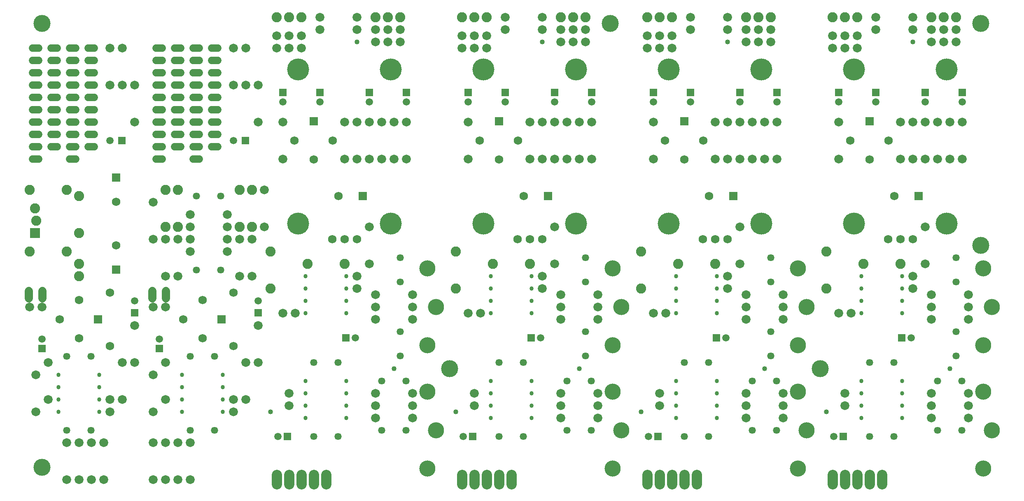
<source format=gts>
G75*
%MOIN*%
%OFA0B0*%
%FSLAX25Y25*%
%IPPOS*%
%LPD*%
%AMOC8*
5,1,8,0,0,1.08239X$1,22.5*
%
%ADD10C,0.07200*%
%ADD11C,0.13068*%
%ADD12C,0.04000*%
%ADD13C,0.05753*%
%ADD14C,0.03400*%
%ADD15C,0.08200*%
%ADD16R,0.05950X0.05950*%
%ADD17C,0.05950*%
%ADD18C,0.06800*%
%ADD19C,0.17800*%
%ADD20R,0.06800X0.06800*%
%ADD21C,0.06800*%
%ADD22C,0.06000*%
%ADD23C,0.13800*%
%ADD24C,0.08200*%
%ADD25R,0.08200X0.08200*%
D10*
X0117595Y0295000D03*
X0127595Y0295000D03*
X0137595Y0295000D03*
X0147595Y0295000D03*
X0147595Y0325000D03*
X0137595Y0325000D03*
X0127595Y0325000D03*
X0117595Y0325000D03*
X0092595Y0350000D03*
X0102595Y0360000D03*
X0092595Y0380000D03*
X0102595Y0390000D03*
X0152595Y0360000D03*
X0152595Y0350000D03*
X0162595Y0360000D03*
X0187595Y0350000D03*
X0197595Y0360000D03*
X0187595Y0380000D03*
X0197595Y0390000D03*
X0172595Y0390000D03*
X0162595Y0390000D03*
X0172595Y0420000D03*
X0187595Y0435000D03*
X0197595Y0435000D03*
X0197595Y0460000D03*
X0207595Y0460000D03*
X0217595Y0480000D03*
X0217595Y0490000D03*
X0207595Y0490000D03*
X0197595Y0490000D03*
X0187595Y0490000D03*
X0187595Y0520000D03*
X0217595Y0510000D03*
X0217595Y0500000D03*
X0247595Y0500000D03*
X0247595Y0490000D03*
X0247595Y0480000D03*
X0257595Y0490000D03*
X0267595Y0490000D03*
X0277595Y0500000D03*
X0247595Y0510000D03*
X0277595Y0530000D03*
X0292595Y0555000D03*
X0292595Y0585000D03*
X0272595Y0585000D03*
X0272595Y0615000D03*
X0262595Y0615000D03*
X0252595Y0615000D03*
X0252595Y0645000D03*
X0262595Y0645000D03*
X0287595Y0645000D03*
X0287595Y0655000D03*
X0297595Y0655000D03*
X0297595Y0645000D03*
X0307595Y0645000D03*
X0307595Y0655000D03*
X0322595Y0660000D03*
X0322595Y0670000D03*
X0352595Y0670000D03*
X0352595Y0660000D03*
X0367595Y0660000D03*
X0377595Y0660000D03*
X0387595Y0660000D03*
X0387595Y0650000D03*
X0377595Y0650000D03*
X0367595Y0650000D03*
X0437595Y0645000D03*
X0437595Y0655000D03*
X0447595Y0655000D03*
X0447595Y0645000D03*
X0457595Y0645000D03*
X0457595Y0655000D03*
X0472595Y0660000D03*
X0472595Y0670000D03*
X0502595Y0670000D03*
X0502595Y0660000D03*
X0517595Y0660000D03*
X0527595Y0660000D03*
X0537595Y0660000D03*
X0537595Y0650000D03*
X0527595Y0650000D03*
X0517595Y0650000D03*
X0587595Y0645000D03*
X0587595Y0655000D03*
X0597595Y0655000D03*
X0597595Y0645000D03*
X0607595Y0645000D03*
X0607595Y0655000D03*
X0622595Y0660000D03*
X0622595Y0670000D03*
X0652595Y0670000D03*
X0652595Y0660000D03*
X0667595Y0660000D03*
X0677595Y0660000D03*
X0687595Y0660000D03*
X0687595Y0650000D03*
X0677595Y0650000D03*
X0667595Y0650000D03*
X0737595Y0645000D03*
X0737595Y0655000D03*
X0747595Y0655000D03*
X0747595Y0645000D03*
X0757595Y0645000D03*
X0757595Y0655000D03*
X0772595Y0660000D03*
X0772595Y0670000D03*
X0802595Y0670000D03*
X0802595Y0660000D03*
X0817595Y0660000D03*
X0827595Y0660000D03*
X0837595Y0660000D03*
X0837595Y0650000D03*
X0827595Y0650000D03*
X0817595Y0650000D03*
X0812595Y0585000D03*
X0802595Y0585000D03*
X0792595Y0585000D03*
X0792595Y0555000D03*
X0802595Y0555000D03*
X0812595Y0555000D03*
X0822595Y0555000D03*
X0832595Y0555000D03*
X0842595Y0555000D03*
X0842595Y0585000D03*
X0832595Y0585000D03*
X0822595Y0585000D03*
X0742595Y0585000D03*
X0742595Y0555000D03*
X0692595Y0555000D03*
X0682595Y0555000D03*
X0672595Y0555000D03*
X0662595Y0555000D03*
X0652595Y0555000D03*
X0642595Y0555000D03*
X0642595Y0585000D03*
X0652595Y0585000D03*
X0662595Y0585000D03*
X0672595Y0585000D03*
X0682595Y0585000D03*
X0692595Y0585000D03*
X0592595Y0585000D03*
X0592595Y0555000D03*
X0542595Y0555000D03*
X0532595Y0555000D03*
X0522595Y0555000D03*
X0512595Y0555000D03*
X0502595Y0555000D03*
X0492595Y0555000D03*
X0492595Y0585000D03*
X0502595Y0585000D03*
X0512595Y0585000D03*
X0522595Y0585000D03*
X0532595Y0585000D03*
X0542595Y0585000D03*
X0442595Y0585000D03*
X0442595Y0555000D03*
X0392595Y0555000D03*
X0382595Y0555000D03*
X0372595Y0555000D03*
X0362595Y0555000D03*
X0352595Y0555000D03*
X0342595Y0555000D03*
X0342595Y0585000D03*
X0352595Y0585000D03*
X0362595Y0585000D03*
X0372595Y0585000D03*
X0382595Y0585000D03*
X0392595Y0585000D03*
X0362595Y0500000D03*
X0362595Y0470000D03*
X0352595Y0460000D03*
X0352595Y0450000D03*
X0367595Y0445000D03*
X0367595Y0435000D03*
X0367595Y0425000D03*
X0397595Y0425000D03*
X0397595Y0435000D03*
X0397595Y0445000D03*
X0442595Y0430000D03*
X0452595Y0430000D03*
X0502595Y0450000D03*
X0502595Y0460000D03*
X0512595Y0470000D03*
X0517595Y0445000D03*
X0517595Y0435000D03*
X0517595Y0425000D03*
X0547595Y0425000D03*
X0547595Y0435000D03*
X0547595Y0445000D03*
X0592595Y0430000D03*
X0602595Y0430000D03*
X0652595Y0450000D03*
X0652595Y0460000D03*
X0662595Y0470000D03*
X0667595Y0445000D03*
X0667595Y0435000D03*
X0667595Y0425000D03*
X0697595Y0425000D03*
X0697595Y0435000D03*
X0697595Y0445000D03*
X0742595Y0430000D03*
X0752595Y0430000D03*
X0802595Y0450000D03*
X0802595Y0460000D03*
X0812595Y0470000D03*
X0817595Y0445000D03*
X0817595Y0435000D03*
X0817595Y0425000D03*
X0847595Y0425000D03*
X0847595Y0435000D03*
X0847595Y0445000D03*
X0812595Y0500000D03*
X0662595Y0500000D03*
X0512595Y0500000D03*
X0517595Y0365000D03*
X0517595Y0355000D03*
X0517595Y0345000D03*
X0547595Y0345000D03*
X0547595Y0355000D03*
X0547595Y0365000D03*
X0597595Y0365000D03*
X0597595Y0355000D03*
X0667595Y0355000D03*
X0667595Y0345000D03*
X0667595Y0365000D03*
X0697595Y0365000D03*
X0697595Y0355000D03*
X0697595Y0345000D03*
X0747595Y0355000D03*
X0747595Y0365000D03*
X0817595Y0365000D03*
X0817595Y0355000D03*
X0817595Y0345000D03*
X0847595Y0345000D03*
X0847595Y0355000D03*
X0847595Y0365000D03*
X0447595Y0365000D03*
X0447595Y0355000D03*
X0397595Y0355000D03*
X0397595Y0345000D03*
X0397595Y0365000D03*
X0367595Y0365000D03*
X0367595Y0355000D03*
X0367595Y0345000D03*
X0297595Y0355000D03*
X0297595Y0365000D03*
X0262595Y0360000D03*
X0252595Y0360000D03*
X0252595Y0350000D03*
X0262595Y0390000D03*
X0272595Y0390000D03*
X0272595Y0420000D03*
X0292595Y0430000D03*
X0302595Y0430000D03*
X0267595Y0460000D03*
X0257595Y0460000D03*
X0097595Y0435000D03*
X0087595Y0435000D03*
X0187595Y0325000D03*
X0197595Y0325000D03*
X0207595Y0325000D03*
X0217595Y0325000D03*
X0217595Y0295000D03*
X0207595Y0295000D03*
X0197595Y0295000D03*
X0187595Y0295000D03*
X0172595Y0585000D03*
X0172595Y0615000D03*
X0162595Y0615000D03*
X0152595Y0615000D03*
X0152595Y0645000D03*
X0162595Y0645000D03*
D11*
X0409676Y0466280D03*
X0416611Y0435000D03*
X0409676Y0403720D03*
X0409676Y0366280D03*
X0416611Y0335000D03*
X0409676Y0303720D03*
X0559676Y0303720D03*
X0566611Y0335000D03*
X0559676Y0366280D03*
X0559676Y0403720D03*
X0566611Y0435000D03*
X0559676Y0466280D03*
X0709676Y0466280D03*
X0716611Y0435000D03*
X0709676Y0403720D03*
X0709676Y0366280D03*
X0716611Y0335000D03*
X0709676Y0303720D03*
X0859676Y0303720D03*
X0866611Y0335000D03*
X0859676Y0366280D03*
X0859676Y0403720D03*
X0866611Y0435000D03*
X0859676Y0466280D03*
D12*
X0832595Y0385000D03*
X0732595Y0350000D03*
X0682595Y0385000D03*
X0582595Y0350000D03*
X0532595Y0385000D03*
X0432595Y0350000D03*
X0382595Y0385000D03*
X0282595Y0350000D03*
X0352595Y0650000D03*
X0502595Y0650000D03*
X0652595Y0650000D03*
X0802595Y0650000D03*
D13*
X0837595Y0474843D03*
X0837595Y0455157D03*
X0837595Y0414843D03*
X0837595Y0395157D03*
X0842438Y0375000D03*
X0822753Y0375000D03*
X0787438Y0390000D03*
X0767753Y0390000D03*
X0822753Y0335000D03*
X0842438Y0335000D03*
X0787438Y0330000D03*
X0767753Y0330000D03*
X0692438Y0335000D03*
X0672753Y0335000D03*
X0637438Y0330000D03*
X0617753Y0330000D03*
X0672753Y0375000D03*
X0692438Y0375000D03*
X0687595Y0395157D03*
X0687595Y0414843D03*
X0687595Y0455157D03*
X0687595Y0474843D03*
X0637438Y0390000D03*
X0617753Y0390000D03*
X0542438Y0375000D03*
X0522753Y0375000D03*
X0537595Y0395157D03*
X0537595Y0414843D03*
X0487438Y0390000D03*
X0467753Y0390000D03*
X0392438Y0375000D03*
X0372753Y0375000D03*
X0387595Y0395157D03*
X0387595Y0414843D03*
X0337438Y0390000D03*
X0317753Y0390000D03*
X0372753Y0335000D03*
X0392438Y0335000D03*
X0337438Y0330000D03*
X0317753Y0330000D03*
X0237438Y0335000D03*
X0217753Y0335000D03*
X0217753Y0395000D03*
X0237438Y0395000D03*
X0242438Y0465000D03*
X0222753Y0465000D03*
X0222753Y0525000D03*
X0242438Y0525000D03*
X0387595Y0474843D03*
X0387595Y0455157D03*
X0537595Y0455157D03*
X0537595Y0474843D03*
X0542438Y0335000D03*
X0522753Y0335000D03*
X0487438Y0330000D03*
X0467753Y0330000D03*
X0137438Y0335000D03*
X0117753Y0335000D03*
X0117753Y0395000D03*
X0137438Y0395000D03*
D14*
X0144095Y0380000D03*
X0144095Y0370000D03*
X0144095Y0360000D03*
X0144095Y0350000D03*
X0111095Y0350000D03*
X0111095Y0360000D03*
X0111095Y0370000D03*
X0111095Y0380000D03*
X0211095Y0380000D03*
X0211095Y0370000D03*
X0211095Y0360000D03*
X0211095Y0350000D03*
X0244095Y0350000D03*
X0244095Y0360000D03*
X0244095Y0370000D03*
X0244095Y0380000D03*
X0311095Y0375000D03*
X0311095Y0365000D03*
X0311095Y0355000D03*
X0311095Y0345000D03*
X0344095Y0345000D03*
X0344095Y0355000D03*
X0344095Y0365000D03*
X0344095Y0375000D03*
X0344095Y0430000D03*
X0344095Y0440000D03*
X0344095Y0450000D03*
X0344095Y0460000D03*
X0311095Y0460000D03*
X0311095Y0450000D03*
X0311095Y0440000D03*
X0311095Y0430000D03*
X0461095Y0430000D03*
X0461095Y0440000D03*
X0461095Y0450000D03*
X0461095Y0460000D03*
X0494095Y0460000D03*
X0494095Y0450000D03*
X0494095Y0440000D03*
X0494095Y0430000D03*
X0494095Y0375000D03*
X0494095Y0365000D03*
X0494095Y0355000D03*
X0494095Y0345000D03*
X0461095Y0345000D03*
X0461095Y0355000D03*
X0461095Y0365000D03*
X0461095Y0375000D03*
X0611095Y0375000D03*
X0611095Y0365000D03*
X0611095Y0355000D03*
X0611095Y0345000D03*
X0644095Y0345000D03*
X0644095Y0355000D03*
X0644095Y0365000D03*
X0644095Y0375000D03*
X0644095Y0430000D03*
X0644095Y0440000D03*
X0644095Y0450000D03*
X0644095Y0460000D03*
X0611095Y0460000D03*
X0611095Y0450000D03*
X0611095Y0440000D03*
X0611095Y0430000D03*
X0761095Y0430000D03*
X0761095Y0440000D03*
X0761095Y0450000D03*
X0761095Y0460000D03*
X0794095Y0460000D03*
X0794095Y0450000D03*
X0794095Y0440000D03*
X0794095Y0430000D03*
X0794095Y0375000D03*
X0794095Y0365000D03*
X0794095Y0355000D03*
X0794095Y0345000D03*
X0761095Y0345000D03*
X0761095Y0355000D03*
X0761095Y0365000D03*
X0761095Y0375000D03*
D15*
X0732595Y0450000D03*
X0762595Y0470000D03*
X0792595Y0470000D03*
X0732595Y0480000D03*
X0642595Y0470000D03*
X0612595Y0470000D03*
X0582595Y0480000D03*
X0582595Y0450000D03*
X0492595Y0470000D03*
X0462595Y0470000D03*
X0432595Y0480000D03*
X0432595Y0450000D03*
X0342595Y0470000D03*
X0312595Y0470000D03*
X0282595Y0480000D03*
X0267595Y0500000D03*
X0257595Y0500000D03*
X0257595Y0530000D03*
X0267595Y0530000D03*
X0207595Y0530000D03*
X0197595Y0530000D03*
X0197595Y0500000D03*
X0207595Y0500000D03*
X0127595Y0495000D03*
X0117595Y0480000D03*
X0127595Y0470000D03*
X0127595Y0460000D03*
X0087595Y0480000D03*
X0093095Y0505000D03*
X0092095Y0515000D03*
X0087595Y0530000D03*
X0117595Y0530000D03*
X0127595Y0525000D03*
X0282595Y0450000D03*
X0287595Y0670000D03*
X0297595Y0670000D03*
X0307595Y0670000D03*
X0367595Y0670000D03*
X0377595Y0670000D03*
X0387595Y0670000D03*
X0437595Y0670000D03*
X0447595Y0670000D03*
X0457595Y0670000D03*
X0517595Y0670000D03*
X0527595Y0670000D03*
X0537595Y0670000D03*
X0587595Y0670000D03*
X0597595Y0670000D03*
X0607595Y0670000D03*
X0667595Y0670000D03*
X0677595Y0670000D03*
X0687595Y0670000D03*
X0737595Y0670000D03*
X0747595Y0670000D03*
X0757595Y0670000D03*
X0817595Y0670000D03*
X0827595Y0670000D03*
X0837595Y0670000D03*
D16*
X0842595Y0608937D03*
X0812595Y0608937D03*
X0772595Y0608937D03*
X0742595Y0608937D03*
X0692595Y0608937D03*
X0662595Y0608937D03*
X0622595Y0608937D03*
X0592595Y0608937D03*
X0542595Y0608937D03*
X0512595Y0608937D03*
X0472595Y0608937D03*
X0442595Y0608937D03*
X0392595Y0608937D03*
X0362595Y0608937D03*
X0322595Y0608937D03*
X0292595Y0608937D03*
X0262516Y0570000D03*
X0162516Y0570000D03*
X0172595Y0430079D03*
X0192595Y0401063D03*
X0272595Y0430079D03*
X0343658Y0410000D03*
X0296532Y0330000D03*
X0446532Y0330000D03*
X0493658Y0410000D03*
X0596532Y0330000D03*
X0643658Y0410000D03*
X0746532Y0330000D03*
X0793658Y0410000D03*
X0097595Y0401063D03*
D17*
X0097595Y0408937D03*
X0172595Y0439921D03*
X0192595Y0408937D03*
X0272595Y0439921D03*
X0351532Y0410000D03*
X0288658Y0330000D03*
X0438658Y0330000D03*
X0501532Y0410000D03*
X0588658Y0330000D03*
X0651532Y0410000D03*
X0738658Y0330000D03*
X0801532Y0410000D03*
X0812595Y0601063D03*
X0842595Y0601063D03*
X0772595Y0601063D03*
X0742595Y0601063D03*
X0692595Y0601063D03*
X0662595Y0601063D03*
X0622595Y0601063D03*
X0592595Y0601063D03*
X0542595Y0601063D03*
X0512595Y0601063D03*
X0472595Y0601063D03*
X0442595Y0601063D03*
X0392595Y0601063D03*
X0362595Y0601063D03*
X0322595Y0601063D03*
X0292595Y0601063D03*
X0252674Y0570000D03*
X0152674Y0570000D03*
D18*
X0157595Y0520157D03*
X0157595Y0484843D03*
X0152595Y0446654D03*
X0127595Y0440500D03*
X0112095Y0425000D03*
X0127595Y0409500D03*
X0152595Y0403346D03*
X0212095Y0425000D03*
X0227595Y0409500D03*
X0252595Y0403346D03*
X0252595Y0446654D03*
X0227595Y0440500D03*
X0332595Y0490000D03*
X0342595Y0490000D03*
X0352595Y0490000D03*
X0337753Y0525000D03*
X0317595Y0554500D03*
X0302095Y0570000D03*
X0333095Y0570000D03*
X0452095Y0570000D03*
X0467595Y0554500D03*
X0483095Y0570000D03*
X0487753Y0525000D03*
X0492595Y0490000D03*
X0482595Y0490000D03*
X0502595Y0490000D03*
X0602095Y0570000D03*
X0617595Y0554500D03*
X0633095Y0570000D03*
X0637753Y0525000D03*
X0642595Y0490000D03*
X0632595Y0490000D03*
X0652595Y0490000D03*
X0752095Y0570000D03*
X0767595Y0554500D03*
X0783095Y0570000D03*
X0787753Y0525000D03*
X0792595Y0490000D03*
X0782595Y0490000D03*
X0802595Y0490000D03*
D19*
X0830095Y0502500D03*
X0755095Y0502500D03*
X0680095Y0502500D03*
X0605095Y0502500D03*
X0530095Y0502500D03*
X0455095Y0502500D03*
X0380095Y0502500D03*
X0305095Y0502500D03*
X0305095Y0627500D03*
X0380095Y0627500D03*
X0455095Y0627500D03*
X0530095Y0627500D03*
X0605095Y0627500D03*
X0680095Y0627500D03*
X0755095Y0627500D03*
X0830095Y0627500D03*
D20*
X0767595Y0585500D03*
X0807438Y0525000D03*
X0657438Y0525000D03*
X0617595Y0585500D03*
X0507438Y0525000D03*
X0467595Y0585500D03*
X0357438Y0525000D03*
X0317595Y0585500D03*
X0157595Y0539843D03*
X0157595Y0465157D03*
X0143095Y0425000D03*
X0243095Y0425000D03*
D21*
X0198095Y0442000D02*
X0198095Y0448000D01*
X0187095Y0448000D02*
X0187095Y0442000D01*
X0098095Y0442000D02*
X0098095Y0448000D01*
X0087095Y0448000D02*
X0087095Y0442000D01*
D22*
X0089995Y0555000D02*
X0095195Y0555000D01*
X0095195Y0565000D02*
X0089995Y0565000D01*
X0089995Y0575000D02*
X0095195Y0575000D01*
X0104995Y0575000D02*
X0110195Y0575000D01*
X0119995Y0575000D02*
X0125195Y0575000D01*
X0134995Y0575000D02*
X0140195Y0575000D01*
X0140195Y0565000D02*
X0134995Y0565000D01*
X0125195Y0565000D02*
X0119995Y0565000D01*
X0110195Y0565000D02*
X0104995Y0565000D01*
X0119995Y0555000D02*
X0125195Y0555000D01*
X0125195Y0585000D02*
X0119995Y0585000D01*
X0110195Y0585000D02*
X0104995Y0585000D01*
X0095195Y0585000D02*
X0089995Y0585000D01*
X0089995Y0595000D02*
X0095195Y0595000D01*
X0104995Y0595000D02*
X0110195Y0595000D01*
X0119995Y0595000D02*
X0125195Y0595000D01*
X0134995Y0595000D02*
X0140195Y0595000D01*
X0140195Y0605000D02*
X0134995Y0605000D01*
X0125195Y0605000D02*
X0119995Y0605000D01*
X0110195Y0605000D02*
X0104995Y0605000D01*
X0095195Y0605000D02*
X0089995Y0605000D01*
X0089995Y0615000D02*
X0095195Y0615000D01*
X0104995Y0615000D02*
X0110195Y0615000D01*
X0119995Y0615000D02*
X0125195Y0615000D01*
X0134995Y0615000D02*
X0140195Y0615000D01*
X0140195Y0625000D02*
X0134995Y0625000D01*
X0125195Y0625000D02*
X0119995Y0625000D01*
X0110195Y0625000D02*
X0104995Y0625000D01*
X0095195Y0625000D02*
X0089995Y0625000D01*
X0089995Y0635000D02*
X0095195Y0635000D01*
X0104995Y0635000D02*
X0110195Y0635000D01*
X0119995Y0635000D02*
X0125195Y0635000D01*
X0134995Y0635000D02*
X0140195Y0635000D01*
X0140195Y0645000D02*
X0134995Y0645000D01*
X0125195Y0645000D02*
X0119995Y0645000D01*
X0110195Y0645000D02*
X0104995Y0645000D01*
X0095195Y0645000D02*
X0089995Y0645000D01*
X0134995Y0585000D02*
X0140195Y0585000D01*
X0189995Y0585000D02*
X0195195Y0585000D01*
X0204995Y0585000D02*
X0210195Y0585000D01*
X0219995Y0585000D02*
X0225195Y0585000D01*
X0234995Y0585000D02*
X0240195Y0585000D01*
X0240195Y0575000D02*
X0234995Y0575000D01*
X0225195Y0575000D02*
X0219995Y0575000D01*
X0210195Y0575000D02*
X0204995Y0575000D01*
X0195195Y0575000D02*
X0189995Y0575000D01*
X0189995Y0565000D02*
X0195195Y0565000D01*
X0204995Y0565000D02*
X0210195Y0565000D01*
X0219995Y0565000D02*
X0225195Y0565000D01*
X0234995Y0565000D02*
X0240195Y0565000D01*
X0225195Y0555000D02*
X0219995Y0555000D01*
X0195195Y0555000D02*
X0189995Y0555000D01*
X0189995Y0595000D02*
X0195195Y0595000D01*
X0204995Y0595000D02*
X0210195Y0595000D01*
X0219995Y0595000D02*
X0225195Y0595000D01*
X0234995Y0595000D02*
X0240195Y0595000D01*
X0240195Y0605000D02*
X0234995Y0605000D01*
X0225195Y0605000D02*
X0219995Y0605000D01*
X0210195Y0605000D02*
X0204995Y0605000D01*
X0195195Y0605000D02*
X0189995Y0605000D01*
X0189995Y0615000D02*
X0195195Y0615000D01*
X0204995Y0615000D02*
X0210195Y0615000D01*
X0219995Y0615000D02*
X0225195Y0615000D01*
X0234995Y0615000D02*
X0240195Y0615000D01*
X0240195Y0625000D02*
X0234995Y0625000D01*
X0225195Y0625000D02*
X0219995Y0625000D01*
X0210195Y0625000D02*
X0204995Y0625000D01*
X0195195Y0625000D02*
X0189995Y0625000D01*
X0189995Y0635000D02*
X0195195Y0635000D01*
X0204995Y0635000D02*
X0210195Y0635000D01*
X0219995Y0635000D02*
X0225195Y0635000D01*
X0234995Y0635000D02*
X0240195Y0635000D01*
X0240195Y0645000D02*
X0234995Y0645000D01*
X0225195Y0645000D02*
X0219995Y0645000D01*
X0210195Y0645000D02*
X0204995Y0645000D01*
X0195195Y0645000D02*
X0189995Y0645000D01*
D23*
X0097595Y0665000D03*
X0427595Y0385000D03*
X0727595Y0385000D03*
X0857595Y0485000D03*
X0857595Y0665000D03*
X0557595Y0665000D03*
X0097595Y0305000D03*
D24*
X0287595Y0298700D02*
X0287595Y0291300D01*
X0297595Y0291300D02*
X0297595Y0298700D01*
X0307595Y0298700D02*
X0307595Y0291300D01*
X0317595Y0291300D02*
X0317595Y0298700D01*
X0327595Y0298700D02*
X0327595Y0291300D01*
X0437595Y0291300D02*
X0437595Y0298700D01*
X0447595Y0298700D02*
X0447595Y0291300D01*
X0457595Y0291300D02*
X0457595Y0298700D01*
X0467595Y0298700D02*
X0467595Y0291300D01*
X0477595Y0291300D02*
X0477595Y0298700D01*
X0587595Y0298700D02*
X0587595Y0291300D01*
X0597595Y0291300D02*
X0597595Y0298700D01*
X0607595Y0298700D02*
X0607595Y0291300D01*
X0617595Y0291300D02*
X0617595Y0298700D01*
X0627595Y0298700D02*
X0627595Y0291300D01*
X0737595Y0291300D02*
X0737595Y0298700D01*
X0747595Y0298700D02*
X0747595Y0291300D01*
X0757595Y0291300D02*
X0757595Y0298700D01*
X0767595Y0298700D02*
X0767595Y0291300D01*
X0777595Y0291300D02*
X0777595Y0298700D01*
D25*
X0092095Y0495000D03*
M02*

</source>
